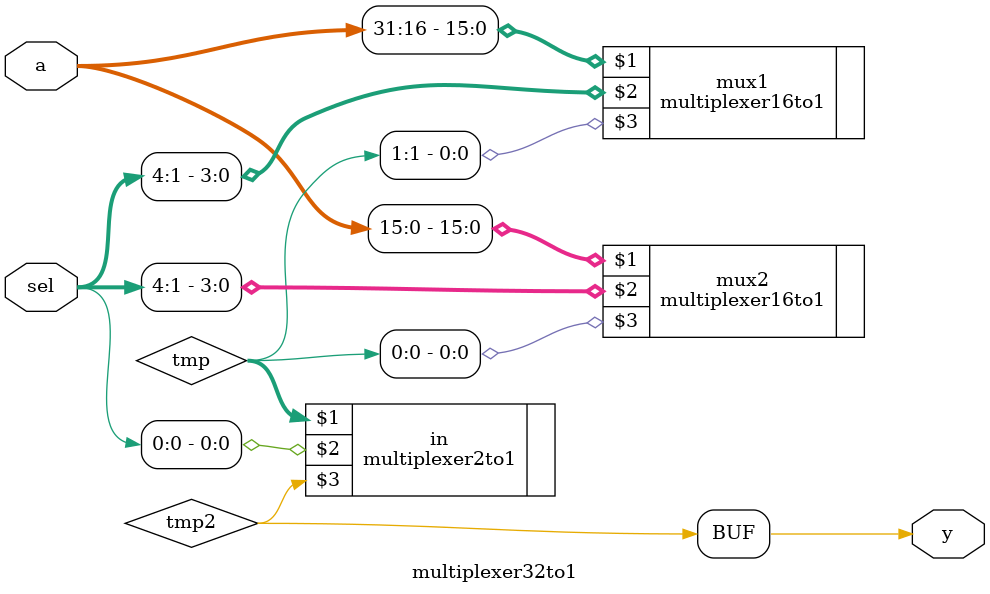
<source format=v>

module multiplexer32to1(a,sel,y);

	input[31:0] a;
	input[4:0] sel;
	output y;
	
	
	wire [1:0]tmp;
	wire tmp2;
	
	multiplexer16to1 mux1(a[31:16],sel[4:1],tmp[1]);
	multiplexer16to1 mux2(a[15:0],sel[4:1],tmp[0]);
	multiplexer2to1 in(tmp,sel[0],tmp2);
	
	assign y = tmp2;
	
	endmodule
	
</source>
